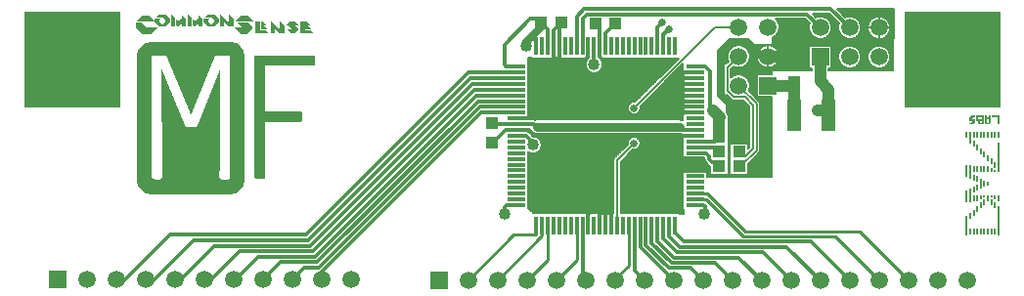
<source format=gbr>
G04 DipTrace 3.1.0.1*
G04 Top.gbr*
%MOIN*%
G04 #@! TF.FileFunction,Copper,L1,Top*
G04 #@! TF.Part,Single*
%AMOUTLINE0*
4,1,26,
-0.066587,-0.204898,
-0.066587,-0.016265,
0.05515,-0.016265,
0.060198,-0.013552,
0.061182,-0.010841,
0.061182,0.013265,
0.060419,0.015976,
0.058629,0.017843,
0.055144,0.018689,
-0.066593,0.018689,
-0.066593,0.175984,
0.097331,0.175984,
0.102379,0.178696,
0.103178,0.18056,
0.103364,0.181408,
0.103364,0.205514,
0.103257,0.206361,
0.102598,0.208226,
0.097323,0.210938,
-0.103364,0.210938,
-0.103364,-0.204898,
-0.098278,-0.210832,
-0.097336,-0.210938,
-0.072627,-0.210938,
-0.069839,-0.210173,
-0.067797,-0.208382,
-0.066587,-0.204898,
0*%
%AMOUTLINE3*
4,1,28,
-0.126,0.259318,
-0.126,0.213,
-0.083,0.213,
0.001164,0.011581,
0.083,0.213,
0.135,0.213,
0.135,-0.202976,
0.1289,-0.209009,
0.104182,-0.209009,
0.09815,-0.202966,
0.101164,0.168879,
0.023441,-0.02519,
0.016822,-0.031228,
-0.012129,-0.031228,
-0.019339,-0.02519,
-0.09949,0.168879,
-0.097097,-0.202965,
-0.10314,-0.208997,
-0.123,-0.208997,
-0.123,-0.259318,
0.138748,-0.259318,
0.15598,-0.255852,
0.179465,-0.232341,
0.182925,-0.215102,
0.182925,0.215154,
0.179465,0.232385,
0.16,0.255,
0.144,0.259,
-0.126,0.259318,
0*%
%AMOUTLINE6*
4,1,14,
0.014214,0.259318,
-0.003017,0.255858,
-0.026503,0.232371,
-0.029962,0.21514,
-0.029962,-0.215115,
-0.026503,-0.232354,
-0.003017,-0.255864,
0.014214,-0.259329,
0.029962,-0.259329,
0.029962,-0.20901,
0.02008,-0.20301,
0.02008,0.213,
0.029962,0.213,
0.029962,0.259,
0.014214,0.259318,
0*%
%AMOUTLINE9*
4,1,4,
0.031503,-0.010241,
-0.031503,-0.010241,
-0.011018,0.010241,
0.011018,0.010241,
0.031503,-0.010241,
0*%
%AMOUTLINE12*
4,1,7,
-0.035573,0.018552,
-0.01635,0.018552,
0.000063,0.00214,
0.035615,0.00214,
0.014923,-0.018552,
-0.014839,-0.018552,
-0.035615,0.002224,
-0.035573,0.018552,
0*%
%AMOUTLINE15*
4,1,17,
0.002883,-0.012341,
0.011335,-0.003806,
0.011335,0.000924,
0.002463,0.009822,
-0.022218,0.009794,
-0.0115,0.020568,
0.011362,0.020568,
0.025018,0.006912,
0.025101,-0.006744,
0.011194,-0.020568,
-0.011193,-0.020568,
-0.025101,-0.006717,
-0.025101,0.006912,
-0.005008,0.006885,
-0.010969,0.000923,
-0.010969,-0.003806,
-0.002462,-0.012341,
0.002883,-0.012341,
0*%
%AMOUTLINE18*
4,1,4,
-0.00708,0.020568,
0.00708,0.006408,
0.00708,-0.020568,
-0.00708,-0.020568,
-0.00708,0.020568,
0*%
%AMOUTLINE21*
4,1,12,
0.002575,0.020568,
0.016735,0.006408,
0.016735,-0.020568,
0.002575,-0.020568,
0.002575,-0.010186,
-0.00778,-0.020568,
-0.010046,-0.020568,
-0.016735,-0.013908,
-0.016735,0.004171,
-0.011361,-0.001231,
-0.005765,-0.001203,
0.002575,0.007136,
0.002575,0.020568,
0*%
%AMOUTLINE24*
4,1,17,
0.002882,-0.012341,
0.011333,-0.003806,
0.011333,0.000924,
0.002463,0.009822,
-0.022219,0.009794,
-0.011501,0.020568,
0.011361,0.020568,
0.025017,0.006912,
0.025101,-0.006744,
0.011193,-0.020568,
-0.011193,-0.020568,
-0.025101,-0.006717,
-0.025101,0.006912,
-0.005009,0.006885,
-0.01097,0.000923,
-0.01097,-0.003806,
-0.002463,-0.012341,
0.002882,-0.012341,
0*%
%AMOUTLINE27*
4,1,4,
-0.00708,0.020568,
0.00708,0.006436,
0.00708,-0.020568,
-0.00708,-0.020568,
-0.00708,0.020568,
0*%
%AMOUTLINE30*
4,1,8,
-0.015419,0.006912,
-0.001735,-0.006744,
0.001231,-0.006744,
0.001231,0.020568,
0.015419,0.006436,
0.015419,-0.020568,
-0.001623,-0.020568,
-0.015419,-0.006744,
-0.015419,0.006912,
0*%
%AMOUTLINE33*
4,1,4,
0.033076,-0.010241,
-0.033076,-0.010241,
-0.012592,0.010241,
0.01255,0.010241,
0.033076,-0.010241,
0*%
%AMOUTLINE36*
4,1,9,
0.031692,-0.000042,
0.01318,-0.018554,
-0.011039,-0.018554,
-0.031692,0.002182,
-0.006717,0.002182,
-0.006799,0.005415,
-0.01977,0.01851,
0.015364,0.018554,
0.03165,0.002142,
0.031692,-0.000042,
0*%
%AMOUTLINE39*
4,1,6,
-0.022024,0.020568,
-0.007864,0.020568,
-0.007864,-0.009738,
0.011165,-0.009738,
0.022024,-0.020568,
-0.022024,-0.020568,
-0.022024,0.020568,
0*%
%AMOUTLINE42*
4,1,4,
-0.010941,0.005457,
-0.000056,0.005457,
0.010941,-0.005457,
-0.010941,-0.005457,
-0.010941,0.005457,
0*%
%AMOUTLINE45*
4,1,4,
-0.00964,0.006828,
-0.004045,0.006828,
0.00964,-0.006828,
-0.00964,-0.006828,
-0.00964,0.006828,
0*%
%AMOUTLINE48*
4,1,4,
0.022051,-0.006828,
-0.022051,-0.006828,
-0.008395,0.006828,
0.008367,0.006828,
0.022051,-0.006828,
0*%
%AMOUTLINE51*
4,1,9,
0.021127,-0.000028,
0.008786,-0.012369,
-0.00736,-0.012369,
-0.021127,0.001455,
-0.004478,0.001455,
-0.004534,0.00361,
-0.013181,0.012341,
0.01024,0.012369,
0.021098,0.001427,
0.021127,-0.000028,
0*%
%AMOUTLINE54*
4,1,4,
-0.010941,0.005457,
-0.000055,0.005457,
0.010941,-0.005457,
-0.010941,-0.005457,
-0.010941,0.005457,
0*%
%AMOUTLINE56*
4,1,4,
-0.00964,0.006828,
-0.004043,0.006828,
0.00964,-0.006828,
-0.00964,-0.006828,
-0.00964,0.006828,
0*%
%AMOUTLINE58*
4,1,6,
0.012,0.015,
-0.012,0.015,
-0.012,0.009,
0.006,0.009,
0.006,-0.015,
0.012,-0.015,
0.012,0.015,
0*%
%AMOUTLINE61*
4,1,14,
0.009,0.015,
0.003,0.015,
0.003,-0.009,
-0.003,-0.009,
-0.003,0.003,
0.003,0.003,
0.003,0.009,
-0.003,0.009,
-0.003,0.015,
-0.009,0.015,
-0.009,-0.015,
0.003,-0.015,
0.009,-0.009,
0.009,-0.003,
0.009,0.015,
0*%
%AMOUTLINE64*
4,1,18,
0.012,0.015,
-0.012,0.015,
-0.012,-0.003,
-0.006,-0.003,
-0.006,-0.015,
0.012,-0.015,
0.012,-0.009,
0.0,-0.009,
0.0,-0.003,
0.006,-0.003,
0.006,-0.009,
0.012,-0.009,
0.012,0.003,
-0.006,0.003,
-0.006,0.009,
0.006,0.009,
0.006,0.003,
0.012,0.003,
0.012,0.015,
0*%
%AMOUTLINE67*
4,1,14,
0.009,0.015,
-0.003,0.015,
-0.009,0.009,
-0.009,-0.003,
0.003,-0.003,
-0.003,-0.009,
-0.009,-0.009,
-0.009,-0.015,
0.003,-0.015,
0.009,-0.009,
0.009,0.003,
-0.003,0.003,
0.003,0.009,
0.009,0.009,
0.009,0.015,
0*%
G04 #@! TA.AperFunction,CopperBalancing*
%ADD13C,0.006*%
G04 #@! TA.AperFunction,Conductor*
%ADD14C,0.011811*%
%ADD15C,0.012*%
%ADD16C,0.03*%
G04 #@! TA.AperFunction,ViaPad*
%ADD17C,0.04*%
G04 #@! TA.AperFunction,Conductor*
%ADD18C,0.03937*%
G04 #@! TA.AperFunction,ViaPad*
%ADD19C,0.025*%
G04 #@! TA.AperFunction,Conductor*
%ADD20C,0.01*%
%ADD21R,0.006X0.102*%
%ADD22R,0.006X0.024*%
%ADD23R,0.006X0.066*%
%ADD24R,0.006X0.048*%
%ADD25R,0.006X0.042*%
%ADD26R,0.006X0.036*%
%ADD27R,0.006X0.018*%
%ADD28R,0.006X0.006*%
G04 #@! TA.AperFunction,ComponentPad*
%ADD29R,0.059055X0.059055*%
%ADD30C,0.059055*%
%ADD31R,0.043307X0.03937*%
%ADD32R,0.03937X0.043307*%
%ADD33R,0.045276X0.106299*%
%ADD35R,0.011811X0.062992*%
%ADD36R,0.062992X0.011811*%
G04 #@! TA.AperFunction,ComponentPad*
%ADD37R,0.325X0.325*%
%ADD80OUTLINE0*%
%ADD83OUTLINE3*%
%ADD86OUTLINE6*%
%ADD89OUTLINE9*%
%ADD92OUTLINE12*%
%ADD95OUTLINE15*%
%ADD98OUTLINE18*%
%ADD101OUTLINE21*%
%ADD104OUTLINE24*%
%ADD107OUTLINE27*%
%ADD110OUTLINE30*%
%ADD113OUTLINE33*%
%ADD116OUTLINE36*%
%ADD119OUTLINE39*%
%ADD122OUTLINE42*%
%ADD125OUTLINE45*%
%ADD128OUTLINE48*%
%ADD131OUTLINE51*%
%ADD134OUTLINE54*%
%ADD136OUTLINE56*%
%ADD138OUTLINE58*%
%ADD141OUTLINE61*%
%ADD144OUTLINE64*%
%ADD147OUTLINE67*%
%FSLAX26Y26*%
G04*
G70*
G90*
G75*
G01*
G04 Top*
%LPD*%
X2861386Y879819D2*
D13*
Y863701D1*
X2882701D1*
X2909701Y890701D1*
Y1039701D1*
X2882701Y1066701D1*
X2844701D1*
X2821701Y1089701D1*
Y1166701D1*
X2860701Y1205701D1*
X2328181Y1239937D2*
D14*
Y1276315D1*
D15*
Y1336181D1*
X2341701Y1349701D1*
X3092701D1*
X3138701Y1303701D1*
X2020701Y978630D2*
X2025142Y974189D1*
X2064307D1*
D14*
X2101803D1*
X2712040Y954504D2*
X2670236D1*
D15*
X2658921Y965819D1*
D16*
X2171921D1*
D15*
X2162921Y974819D1*
X2102433D1*
D14*
X2101803Y974189D1*
X2371457Y1317819D2*
D15*
X2387236Y1302040D1*
Y1278433D1*
D14*
Y1239937D1*
X2861386Y979819D2*
D18*
Y929819D1*
X2101803Y954504D2*
D15*
X2144236D1*
X2162921Y935819D1*
X2347866D1*
X2387236D1*
X2406921D1*
X2426607D1*
X2651921D1*
X2676921D1*
D14*
Y934819D1*
X2712040D1*
X2426607Y629701D2*
D15*
Y935819D1*
X2347866Y629701D2*
Y935819D1*
X2387236Y629701D2*
Y935819D1*
X2406921Y629701D2*
Y935819D1*
X2712040Y1013559D2*
D14*
X2711780Y1013819D1*
D15*
X2675921D1*
X2656977Y994874D1*
X2400921D1*
X2335921D1*
X2249441D1*
X2229756D1*
X2167921D1*
X2139299D1*
D14*
Y993874D1*
X2101803D1*
X2387236Y1239937D2*
D15*
Y1204504D1*
X2400921Y1190819D1*
Y994874D1*
X2347866Y1239937D2*
Y1204764D1*
X2335921Y1192819D1*
Y994874D1*
X2651921Y919819D2*
Y935819D1*
X2880701Y958701D2*
X2861386Y939386D1*
Y929819D1*
X2651921Y1008819D2*
X2656977Y1003764D1*
Y994874D1*
X2229756Y1239937D2*
D14*
Y1278433D1*
D15*
Y1294654D1*
X2254921Y1319819D1*
X2249441Y1239937D2*
D14*
Y1278433D1*
D15*
Y1314339D1*
X2254921Y1319819D1*
X2249441Y1239937D2*
Y994874D1*
X2229756Y1239937D2*
Y994874D1*
X2167921Y1028819D2*
Y994874D1*
X2101803Y954504D2*
X2066504D1*
X2023701Y911701D1*
X2020701D1*
X2960701Y1205701D2*
D17*
X3028701D1*
D18*
X3048701Y1185701D1*
X2861386Y979819D2*
D19*
Y1011016D1*
X2798701Y1073701D1*
Y1222701D1*
X2831701Y1255701D1*
X2890701D1*
X2940701Y1205701D1*
X2960701D1*
X2715701Y1092299D2*
D14*
X2712040D1*
Y1072614D2*
X2715701D1*
X2712040Y1151355D2*
X2674544D1*
D15*
X2663701D1*
Y1142512D1*
X2674544Y1131670D1*
D14*
X2712040D1*
Y1111984D2*
X2674544D1*
D15*
X2664701D1*
Y1102142D1*
X2674544Y1092299D1*
D14*
X2712040D1*
Y1072614D2*
X2674544D1*
D15*
X2663701D1*
Y1063772D1*
X2674544Y1052929D1*
D14*
X2712040D1*
Y1033244D2*
X2674544D1*
D15*
X2663701D1*
Y1020599D1*
X2651921Y1008819D1*
X2438386Y1317819D2*
X2406921Y1286355D1*
Y1278433D1*
D14*
Y1239937D1*
X2794457Y829819D2*
D15*
X2780457Y843819D1*
X2770583D1*
X2759701Y854701D1*
Y866040D1*
X2749977Y875764D1*
D14*
X2712040D1*
X2308496Y1239937D2*
Y1276315D1*
D15*
Y1342496D1*
X2333701Y1367701D1*
X3174701D1*
X3238701Y1303701D1*
X2584087Y1239937D2*
D14*
Y1276315D1*
D15*
Y1305087D1*
X2600701Y1321701D1*
X2794457Y879819D2*
X2778827Y895449D1*
X2749536D1*
D14*
X2712040D1*
X2861386Y829819D2*
D13*
X2865819D1*
X2921701Y885701D1*
Y1044701D1*
X2860701Y1105701D1*
X2603772Y1239937D2*
D14*
Y1280772D1*
D15*
X2622701Y1299701D1*
X2446292Y629701D2*
D13*
Y851292D1*
X2501701Y906701D1*
Y909701D1*
X2503701D1*
Y1029701D2*
X2779701Y1305701D1*
X2860701D1*
X3049701Y1004701D2*
D18*
X3048701Y1118772D1*
X3035630Y1105701D1*
X2960701D1*
X2505347Y629701D2*
D14*
Y592205D1*
D15*
Y475055D1*
X2538701Y441701D1*
X2525032Y629701D2*
D14*
Y592205D1*
D15*
Y555370D1*
X2638701Y441701D1*
X2544717Y629701D2*
D14*
Y592205D1*
D15*
Y562685D1*
X2623701Y483701D1*
X2696701D1*
X2738701Y441701D1*
X2564402Y629701D2*
D14*
Y592205D1*
D15*
Y569000D1*
X2631701Y501701D1*
X2778701D1*
X2838701Y441701D1*
X2584087Y629701D2*
D14*
Y592205D1*
D15*
Y576315D1*
X2640701Y519701D1*
X2860701D1*
X2938701Y441701D1*
X2603772Y629701D2*
D14*
Y592205D1*
D15*
Y583630D1*
X2649701Y537701D1*
X2942701D1*
X3038701Y441701D1*
X2623457Y629701D2*
D14*
Y591945D1*
D15*
X2659701Y555701D1*
X3024701D1*
X3138701Y441701D1*
X2643142Y629701D2*
D14*
Y603260D1*
D15*
X2672701Y573701D1*
X3106701D1*
X3238701Y441701D1*
X3338701D2*
D20*
X3189701Y590701D1*
X2875701D1*
X2748118Y718284D1*
X2712040D1*
X3438701Y441701D2*
X3273701Y606701D1*
X2882701D1*
X2751433Y737969D1*
X2712040D1*
X3167811Y1004701D2*
D17*
Y1092370D1*
X3138701Y1121481D1*
Y1203701D1*
X2794457Y929819D2*
D15*
X2780772Y916134D1*
X2749536D1*
D14*
Y915134D1*
X2712040D1*
X2794457Y979819D2*
D18*
Y929819D1*
X2367551Y1239937D2*
D14*
Y1203441D1*
D15*
Y1178189D1*
X2367921Y1177819D1*
X2170701Y1239937D2*
D14*
Y1265701D1*
D15*
X2155701D1*
X2139701Y1249701D1*
Y1238701D1*
X2135701Y1242701D1*
X2712040Y698599D2*
D14*
X2740803D1*
D15*
X2745701Y693701D1*
Y667701D1*
X2744701D1*
X3130701Y1021701D2*
D17*
X3167811D1*
Y1004701D1*
X2101803Y698599D2*
D14*
X2070599D1*
D15*
X2063701Y691701D1*
Y669701D1*
X2064701D1*
X2101803Y934819D2*
D14*
X2137921D1*
D15*
X2159921Y912819D1*
Y903819D1*
X2187992Y1319819D2*
Y1333701D1*
X2149701D1*
X2061701Y1245701D1*
Y1176701D1*
X2067362Y1171040D1*
D14*
X2101803D1*
X2210071Y1239937D2*
Y1278433D1*
D15*
Y1297740D1*
X2187992Y1319819D1*
X2135701Y1242701D2*
D19*
Y1253701D1*
X2187992Y1305992D1*
Y1319819D1*
X2712040Y1171040D2*
D14*
X2711701Y1170701D1*
D15*
X2747701D1*
X2762701Y1155701D1*
Y1028701D1*
X2772701Y1018701D1*
Y1021701D1*
D17*
X2795701Y998701D1*
X2794457D1*
D18*
Y979819D1*
X2438701Y441701D2*
D20*
X2434701D1*
X2485662Y492662D1*
Y629701D1*
X2328181D2*
D14*
Y592205D1*
D15*
Y452221D1*
X2338701Y441701D1*
X2308496Y629701D2*
D20*
Y511496D1*
X2238701Y441701D1*
X2138701D2*
X2210071Y513071D1*
Y629701D1*
X2038701Y441701D2*
X2190386Y593386D1*
Y629701D1*
X1938701Y441701D2*
X2094701Y597701D1*
X2170701D1*
Y629701D1*
X2101803Y1013559D2*
D15*
X1984559D1*
X1417701Y446701D1*
X1438701D1*
Y443701D1*
X2101803Y1033244D2*
D14*
X1978244D1*
D15*
X1430701Y485701D1*
X1378701D1*
X1338701Y445701D1*
Y443701D1*
X2101803Y1052929D2*
D14*
X1971929D1*
D15*
X1423701Y504701D1*
X1299701D1*
X1238701Y443701D1*
X2101803Y1072614D2*
D14*
X1965614D1*
D15*
X1415701Y522701D1*
X1222701D1*
X1138701Y438701D1*
Y443701D1*
X2101803Y1092299D2*
D14*
X1959299D1*
D15*
X1408701Y541701D1*
X1159701D1*
X1038701Y420701D1*
Y443701D1*
X2101803Y1111984D2*
D14*
X1952984D1*
D15*
X1400701Y559701D1*
X1073701D1*
X938701Y424701D1*
Y443701D1*
X2101803Y1131670D2*
D14*
X1945670D1*
D15*
X1391701Y577701D1*
X1002701D1*
X866701Y441701D1*
X838701D1*
Y443701D1*
X2101803Y1151355D2*
D14*
X1939355D1*
D15*
X1385701Y597701D1*
X922701D1*
X763701Y438701D1*
X738701D1*
Y443701D1*
D19*
X2600701Y1321701D3*
X2622701Y1299701D3*
X2503701Y909701D3*
Y1029701D3*
D17*
X3130701Y1021701D3*
X2772701D3*
D3*
X2950701Y958701D3*
X2159921Y903819D3*
X2167921Y1028819D3*
X2744701Y667701D3*
X2651921Y1008819D3*
X2135701Y1242701D3*
X2651921Y919819D3*
X2880701Y958701D3*
X2367921Y1177819D3*
X2064701Y669701D3*
X2143484Y1194950D2*
D13*
X2343624D1*
X2392215D2*
X2651042D1*
X2143461Y1189082D2*
X2340343D1*
X2395508D2*
X2645171D1*
X2143437Y1183213D2*
X2338586D1*
X2397253D2*
X2639299D1*
X2143414Y1177344D2*
X2338082D1*
X2397757D2*
X2633429D1*
X2143390Y1171475D2*
X2338773D1*
X2397066D2*
X2627570D1*
X2663387D2*
X2670706D1*
X2143379Y1165607D2*
X2340753D1*
X2395086D2*
X2621698D1*
X2657516D2*
X2670706D1*
X2143356Y1159738D2*
X2344339D1*
X2391500D2*
X2615827D1*
X2651645D2*
X2670706D1*
X2143332Y1153869D2*
X2350550D1*
X2385301D2*
X2609956D1*
X2645773D2*
X2672418D1*
X2143309Y1148000D2*
X2604086D1*
X2639914D2*
X2672429D1*
X2143285Y1142131D2*
X2598226D1*
X2634044D2*
X2672441D1*
X2143261Y1136263D2*
X2592355D1*
X2628172D2*
X2672453D1*
X2143238Y1130394D2*
X2586483D1*
X2622301D2*
X2672453D1*
X2143215Y1124525D2*
X2580613D1*
X2616429D2*
X2672463D1*
X2143192Y1118656D2*
X2574742D1*
X2610570D2*
X2672475D1*
X2143168Y1112788D2*
X2568882D1*
X2604700D2*
X2672487D1*
X2143145Y1106919D2*
X2563011D1*
X2598828D2*
X2672499D1*
X2143145Y1101050D2*
X2557139D1*
X2592957D2*
X2672511D1*
X2143145Y1095181D2*
X2551269D1*
X2587086D2*
X2672523D1*
X2143145Y1089313D2*
X2545398D1*
X2581226D2*
X2672534D1*
X2143145Y1083444D2*
X2539538D1*
X2575356D2*
X2672546D1*
X2143145Y1077575D2*
X2533667D1*
X2569484D2*
X2672558D1*
X2143145Y1071706D2*
X2527795D1*
X2563613D2*
X2672570D1*
X2143145Y1065837D2*
X2521925D1*
X2557742D2*
X2672582D1*
X2143145Y1059969D2*
X2516054D1*
X2551883D2*
X2672593D1*
X2143145Y1054100D2*
X2510194D1*
X2546012D2*
X2672605D1*
X2143145Y1048231D2*
X2491738D1*
X2540141D2*
X2672617D1*
X2143145Y1042362D2*
X2485433D1*
X2534269D2*
X2672617D1*
X2143145Y1036494D2*
X2482445D1*
X2528398D2*
X2672628D1*
X2143145Y1030625D2*
X2481378D1*
X2526020D2*
X2672639D1*
X2143145Y1024756D2*
X2481929D1*
X2525469D2*
X2672651D1*
X2143145Y1018887D2*
X2484238D1*
X2523160D2*
X2672663D1*
X2143145Y1013019D2*
X2489159D1*
X2518238D2*
X2672675D1*
X2143145Y1007150D2*
X2670706D1*
X2143145Y1001281D2*
X2670706D1*
X2142711Y995412D2*
X2670706D1*
X2664500Y989544D2*
X2670706D1*
X2142558Y954331D2*
X2149971D1*
X2145313Y948462D2*
X2154402D1*
X2152297Y942593D2*
X2164386D1*
X2158168Y936725D2*
X2672815D1*
X2171656Y930856D2*
X2498089D1*
X2509309D2*
X2672827D1*
X2180692Y924987D2*
X2487647D1*
X2519761D2*
X2670706D1*
X2185437Y919118D2*
X2483511D1*
X2523898D2*
X2670706D1*
X2188204Y913250D2*
X2481647D1*
X2525750D2*
X2670706D1*
X2189540Y907381D2*
X2481483D1*
X2525914D2*
X2670706D1*
X2189668Y901512D2*
X2478601D1*
X2524437D2*
X2670706D1*
X2188589Y895643D2*
X2472730D1*
X2520887D2*
X2670706D1*
X2186164Y889774D2*
X2466870D1*
X2512988D2*
X2670706D1*
X2181933Y883906D2*
X2460999D1*
X2496816D2*
X2670706D1*
X2174316Y878037D2*
X2455128D1*
X2490945D2*
X2670706D1*
X2143145Y872168D2*
X2449257D1*
X2485074D2*
X2670706D1*
X2143145Y866299D2*
X2443386D1*
X2479215D2*
X2670706D1*
X2143145Y860431D2*
X2437515D1*
X2473344D2*
X2672956D1*
X2143145Y854562D2*
X2433894D1*
X2467473D2*
X2672967D1*
X2143145Y848693D2*
X2433449D1*
X2461601D2*
X2672979D1*
X2143145Y842824D2*
X2433449D1*
X2459129D2*
X2672991D1*
X2143145Y836956D2*
X2433449D1*
X2459129D2*
X2673003D1*
X2143145Y831087D2*
X2433449D1*
X2459129D2*
X2673015D1*
X2143145Y825218D2*
X2433449D1*
X2459129D2*
X2673026D1*
X2143145Y819349D2*
X2433449D1*
X2459129D2*
X2673038D1*
X2143145Y813481D2*
X2433449D1*
X2459129D2*
X2673050D1*
X2143145Y807612D2*
X2433449D1*
X2459129D2*
X2670706D1*
X2143145Y801743D2*
X2433449D1*
X2459129D2*
X2670706D1*
X2143145Y795874D2*
X2433449D1*
X2459129D2*
X2670706D1*
X2143145Y790005D2*
X2433449D1*
X2459129D2*
X2670706D1*
X2143145Y784137D2*
X2433449D1*
X2459129D2*
X2670706D1*
X2143145Y778268D2*
X2433449D1*
X2459129D2*
X2670706D1*
X2143145Y772399D2*
X2433449D1*
X2459129D2*
X2670706D1*
X2143145Y766530D2*
X2433449D1*
X2459129D2*
X2670706D1*
X2143145Y760662D2*
X2433449D1*
X2459129D2*
X2670706D1*
X2143145Y754793D2*
X2433449D1*
X2459129D2*
X2670706D1*
X2143145Y748924D2*
X2433449D1*
X2459129D2*
X2670706D1*
X2143145Y743055D2*
X2433449D1*
X2459129D2*
X2670706D1*
X2143145Y737187D2*
X2433449D1*
X2459129D2*
X2670706D1*
X2143145Y731318D2*
X2433449D1*
X2459129D2*
X2670706D1*
X2143145Y725449D2*
X2433449D1*
X2459129D2*
X2670706D1*
X2143145Y719580D2*
X2433449D1*
X2459129D2*
X2670706D1*
X2143145Y713711D2*
X2433449D1*
X2459129D2*
X2670706D1*
X2143145Y707843D2*
X2433449D1*
X2459129D2*
X2670706D1*
X2143145Y701974D2*
X2433449D1*
X2459129D2*
X2670706D1*
X2143145Y696105D2*
X2433449D1*
X2459129D2*
X2670706D1*
X2143145Y690236D2*
X2433449D1*
X2459129D2*
X2670706D1*
X2146753Y684368D2*
X2433449D1*
X2459129D2*
X2670706D1*
X2153176Y678499D2*
X2433449D1*
X2459129D2*
X2673295D1*
X2159609Y672630D2*
X2433449D1*
X2459129D2*
X2673307D1*
X2161403Y670437D2*
X2244902D1*
X2303957Y670425D1*
X2343327Y670437D1*
Y669465D1*
X2352399Y669448D1*
X2352406Y670437D1*
X2382697D1*
Y669394D1*
X2431150Y669295D1*
X2431146Y670437D1*
X2434041D1*
X2434051Y851292D1*
X2434202Y853206D1*
X2434651Y855074D1*
X2435386Y856848D1*
X2436389Y858486D1*
X2437637Y859946D1*
X2482508Y904818D1*
X2482028Y907995D1*
Y911407D1*
X2482562Y914776D1*
X2483616Y918020D1*
X2485164Y921061D1*
X2487170Y923820D1*
X2489582Y926232D1*
X2492341Y928238D1*
X2495382Y929786D1*
X2498626Y930840D1*
X2501995Y931374D1*
X2505407D1*
X2508776Y930840D1*
X2512020Y929786D1*
X2515061Y928238D1*
X2517820Y926232D1*
X2520232Y923820D1*
X2522238Y921061D1*
X2523786Y918020D1*
X2524840Y914776D1*
X2525374Y911407D1*
Y907995D1*
X2524840Y904626D1*
X2523786Y901382D1*
X2522238Y898341D1*
X2520232Y895582D1*
X2517820Y893170D1*
X2515061Y891164D1*
X2512020Y889616D1*
X2508776Y888562D1*
X2505407Y888028D1*
X2501995D1*
X2500519Y888202D1*
X2458525Y846214D1*
X2458532Y670436D1*
X2520492Y670437D1*
X2579547Y670425D1*
X2618918D1*
X2658288Y670437D1*
Y668855D1*
X2673915Y668826D1*
X2673889Y683450D1*
X2671303Y683453D1*
Y772799D1*
Y812170D1*
X2673659D1*
X2673559Y860614D1*
X2671303Y860618D1*
Y930280D1*
X2673425D1*
X2673412Y939364D1*
X2669041Y939311D1*
X2666679Y939685D1*
X2664404Y940424D1*
X2662273Y941509D1*
X2661897Y941761D1*
X2658921Y941579D1*
X2170020Y941654D1*
X2166263Y942248D1*
X2162645Y943424D1*
X2159256Y945151D1*
X2156179Y947387D1*
X2153490Y950076D1*
X2151253Y953154D1*
X2149526Y956542D1*
X2148515Y959580D1*
X2142542Y959579D1*
X2142540Y959044D1*
X2141965D1*
X2141937Y949970D1*
X2142540Y949965D1*
Y949344D1*
X2144840Y948398D1*
X2146879Y947149D1*
X2148698Y945596D1*
X2161268Y933025D1*
X2164495Y932700D1*
X2166747Y932251D1*
X2168957Y931628D1*
X2171112Y930834D1*
X2173196Y929872D1*
X2175200Y928751D1*
X2177108Y927475D1*
X2178911Y926054D1*
X2180597Y924495D1*
X2182156Y922809D1*
X2183578Y921005D1*
X2184853Y919097D1*
X2185974Y917093D1*
X2186936Y915009D1*
X2187730Y912855D1*
X2188353Y910645D1*
X2188802Y908393D1*
X2189071Y906113D1*
X2189162Y903819D1*
X2189071Y901525D1*
X2188802Y899246D1*
X2188353Y896994D1*
X2187730Y894784D1*
X2186936Y892629D1*
X2185974Y890545D1*
X2184853Y888541D1*
X2183578Y886633D1*
X2182156Y884830D1*
X2180597Y883143D1*
X2178911Y881584D1*
X2177108Y880163D1*
X2175200Y878887D1*
X2173196Y877767D1*
X2171112Y876805D1*
X2168957Y876011D1*
X2166747Y875387D1*
X2164495Y874939D1*
X2162215Y874670D1*
X2159921Y874579D1*
X2157628Y874670D1*
X2155348Y874939D1*
X2153096Y875387D1*
X2150886Y876011D1*
X2148731Y876805D1*
X2146647Y877767D1*
X2144643Y878887D1*
X2142545Y880314D1*
X2142540Y687670D1*
X2161415Y670431D1*
X2671303Y986664D2*
Y1009020D1*
X2673284D1*
X2673011Y1155903D1*
X2671303Y1155894D1*
Y1179999D1*
X2525055Y1033746D1*
X2525374Y1031407D1*
Y1027995D1*
X2524840Y1024626D1*
X2523786Y1021382D1*
X2522238Y1018341D1*
X2520232Y1015582D1*
X2517820Y1013170D1*
X2515061Y1011164D1*
X2512020Y1009616D1*
X2508776Y1008562D1*
X2505407Y1008028D1*
X2501995D1*
X2498626Y1008562D1*
X2495382Y1009616D1*
X2492341Y1011164D1*
X2489582Y1013170D1*
X2487170Y1015582D1*
X2485164Y1018341D1*
X2483616Y1021382D1*
X2482562Y1024626D1*
X2482028Y1027995D1*
Y1031407D1*
X2482562Y1034776D1*
X2483616Y1038020D1*
X2485164Y1041061D1*
X2487170Y1043820D1*
X2489582Y1046232D1*
X2492341Y1048238D1*
X2495382Y1049786D1*
X2498626Y1050840D1*
X2501995Y1051374D1*
X2505407D1*
X2507736Y1051047D1*
X2655894Y1199204D1*
X2391776Y1199201D1*
Y1200830D1*
X2385988Y1200819D1*
X2388597Y1198495D1*
X2390156Y1196809D1*
X2391578Y1195005D1*
X2392853Y1193097D1*
X2393974Y1191093D1*
X2394936Y1189009D1*
X2395730Y1186855D1*
X2396353Y1184645D1*
X2396802Y1182393D1*
X2397071Y1180113D1*
X2397162Y1177819D1*
X2397071Y1175525D1*
X2396802Y1173246D1*
X2396353Y1170994D1*
X2395730Y1168784D1*
X2394936Y1166629D1*
X2393974Y1164545D1*
X2392853Y1162541D1*
X2391578Y1160633D1*
X2390156Y1158830D1*
X2388597Y1157143D1*
X2386911Y1155584D1*
X2385108Y1154163D1*
X2383200Y1152887D1*
X2381196Y1151767D1*
X2379112Y1150805D1*
X2376957Y1150011D1*
X2374747Y1149387D1*
X2372495Y1148939D1*
X2370215Y1148670D1*
X2367921Y1148579D1*
X2365628Y1148670D1*
X2363348Y1148939D1*
X2361096Y1149387D1*
X2358886Y1150011D1*
X2356731Y1150805D1*
X2354647Y1151767D1*
X2352643Y1152887D1*
X2350735Y1154163D1*
X2348932Y1155584D1*
X2347246Y1157143D1*
X2345687Y1158830D1*
X2344265Y1160633D1*
X2342990Y1162541D1*
X2341869Y1164545D1*
X2340907Y1166629D1*
X2340113Y1168784D1*
X2339490Y1170994D1*
X2339041Y1173246D1*
X2338772Y1175525D1*
X2338681Y1177819D1*
X2338772Y1180113D1*
X2339041Y1182393D1*
X2339490Y1184645D1*
X2340113Y1186855D1*
X2340907Y1189009D1*
X2341869Y1191093D1*
X2342990Y1193097D1*
X2344265Y1195005D1*
X2345687Y1196809D1*
X2347246Y1198495D1*
X2349897Y1200814D1*
X2343332Y1200819D1*
X2343327Y1199201D1*
X2253981D1*
Y1200830D1*
X2225206Y1200819D1*
X2225217Y1199201D1*
X2155555D1*
Y1200830D1*
X2142910Y1200807D1*
X2142540Y1084760D1*
Y998414D1*
X2142129D1*
X2142093Y990071D1*
X2164117Y990012D1*
X2166483Y989637D1*
X2170020Y989984D1*
X2177921Y990059D1*
X2660823Y989984D1*
X2664580Y989390D1*
X2668198Y988214D1*
X2671309Y986643D1*
X3201717Y1362832D2*
X3388065D1*
X3207588Y1356963D2*
X3388029D1*
X3113463Y1351095D2*
X3169158D1*
X3213460D2*
X3388005D1*
X3119335Y1345226D2*
X3175029D1*
X3219331D2*
X3387982D1*
X3154513Y1339357D2*
X3180889D1*
X3254521D2*
X3322885D1*
X3354517D2*
X3387946D1*
X2988331Y1333488D2*
X3086763D1*
X3164112D2*
X3186759D1*
X3264108D2*
X3313286D1*
X3364116D2*
X3387923D1*
X2993276Y1327620D2*
X3092634D1*
X3169807D2*
X3192630D1*
X3269815D2*
X3307591D1*
X3369811D2*
X3387900D1*
X2996592Y1321751D2*
X3098494D1*
X3173616D2*
X3198502D1*
X3273612D2*
X3303794D1*
X3373608D2*
X3387877D1*
X2998713Y1315882D2*
X3101294D1*
X3176100D2*
X3201302D1*
X3276108D2*
X3301298D1*
X3376104D2*
X3387841D1*
X2999827Y1310013D2*
X3099853D1*
X3177553D2*
X3199849D1*
X3277549D2*
X3299845D1*
X3377557D2*
X3387818D1*
X3000037Y1304145D2*
X3099337D1*
X3178068D2*
X3199334D1*
X3278065D2*
X3299341D1*
X3378061D2*
X3387794D1*
X2999345Y1298276D2*
X3099713D1*
X3177681D2*
X3199721D1*
X3277689D2*
X3299717D1*
X3377685D2*
X3387759D1*
X2997717Y1292407D2*
X3101013D1*
X3176393D2*
X3201009D1*
X3276389D2*
X3301017D1*
X3376385D2*
X3387735D1*
X2994999Y1286538D2*
X3103345D1*
X3174061D2*
X3203341D1*
X3274057D2*
X3303337D1*
X3374065D2*
X3387713D1*
X2990908Y1280670D2*
X3106919D1*
X3170487D2*
X3206915D1*
X3270483D2*
X3306911D1*
X3370491D2*
X3387677D1*
X2984709Y1274801D2*
X3112263D1*
X3165143D2*
X3212259D1*
X3265139D2*
X3312255D1*
X3365147D2*
X3387654D1*
X2977244Y1268932D2*
X3120958D1*
X3156448D2*
X3220954D1*
X3256444D2*
X3320950D1*
X3356452D2*
X3387630D1*
X2977303Y1263063D2*
X3387595D1*
X2977349Y1257194D2*
X3387571D1*
X2977408Y1251326D2*
X3387549D1*
X2977456Y1245457D2*
X3387525D1*
X2980128Y1239588D2*
X3099337D1*
X3178068D2*
X3223439D1*
X3253971D2*
X3323435D1*
X3353967D2*
X3387490D1*
X2988096Y1233719D2*
X3099337D1*
X3178068D2*
X3213571D1*
X3263837D2*
X3313567D1*
X3363835D2*
X3387466D1*
X2993124Y1227851D2*
X3099337D1*
X3178068D2*
X3207771D1*
X3269628D2*
X3307778D1*
X3369624D2*
X3387442D1*
X2996487Y1221982D2*
X3099337D1*
X3178068D2*
X3203915D1*
X3273483D2*
X3303911D1*
X3373491D2*
X3387407D1*
X2998643Y1216113D2*
X3099337D1*
X3178068D2*
X3201373D1*
X3276025D2*
X3301369D1*
X3376033D2*
X3387385D1*
X2999803Y1210244D2*
X3099337D1*
X3178068D2*
X3199885D1*
X3277513D2*
X3299893D1*
X3377509D2*
X3387361D1*
X3000049Y1204376D2*
X3099337D1*
X3178068D2*
X3199345D1*
X3278065D2*
X3299341D1*
X3378061D2*
X3387326D1*
X2999393Y1198507D2*
X3099337D1*
X3178068D2*
X3199685D1*
X3277725D2*
X3299681D1*
X3377721D2*
X3387302D1*
X2997799Y1192638D2*
X3099337D1*
X3178068D2*
X3200950D1*
X3276460D2*
X3300946D1*
X3376456D2*
X3387278D1*
X2995128Y1186769D2*
X3099337D1*
X3178068D2*
X3203225D1*
X3274173D2*
X3303232D1*
X3374170D2*
X3387243D1*
X2991096Y1180900D2*
X3099337D1*
X3178068D2*
X3206751D1*
X3270659D2*
X3306747D1*
X3370655D2*
X3387221D1*
X2985013Y1175032D2*
X3099337D1*
X3178068D2*
X3212002D1*
X3265397D2*
X3312009D1*
X3365393D2*
X3387197D1*
X2978170Y1169163D2*
X3099337D1*
X3178068D2*
X3220498D1*
X3256912D2*
X3320494D1*
X3356908D2*
X3387173D1*
X2978217Y1163294D2*
X3108865D1*
X3168541D2*
X3387138D1*
X2999352Y1202704D2*
X2999005Y1199725D1*
X2998428Y1196781D1*
X2997626Y1193891D1*
X2996603Y1191072D1*
X2995364Y1188341D1*
X2993919Y1185713D1*
X2992274Y1183205D1*
X2990440Y1180831D1*
X2988429Y1178607D1*
X2986251Y1176545D1*
X2983920Y1174656D1*
X2981452Y1172954D1*
X2978857Y1171448D1*
X2977559Y1170823D1*
X2977701Y1157701D1*
X3109454D1*
X3109461Y1164921D1*
X3099933Y1164933D1*
Y1242469D1*
X3177469D1*
Y1164933D1*
X3167941D1*
Y1157705D1*
X3387715Y1157715D1*
X3388687Y1368685D1*
X3195713Y1368234D1*
X3224267Y1339689D1*
X3227189Y1340719D1*
X3230086Y1341499D1*
X3233033Y1342053D1*
X3236016Y1342376D1*
X3239013Y1342467D1*
X3242009Y1342327D1*
X3244986Y1341956D1*
X3247924Y1341356D1*
X3250807Y1340530D1*
X3253618Y1339483D1*
X3256340Y1338223D1*
X3258956Y1336756D1*
X3261450Y1335092D1*
X3263809Y1333239D1*
X3266017Y1331210D1*
X3268062Y1329016D1*
X3269932Y1326670D1*
X3271614Y1324187D1*
X3273099Y1321582D1*
X3274378Y1318869D1*
X3275444Y1316065D1*
X3276290Y1313188D1*
X3276911Y1310253D1*
X3277303Y1307280D1*
X3277469Y1303701D1*
X3277352Y1300704D1*
X3277005Y1297725D1*
X3276428Y1294781D1*
X3275626Y1291891D1*
X3274603Y1289072D1*
X3273364Y1286341D1*
X3271919Y1283713D1*
X3270274Y1281205D1*
X3268440Y1278831D1*
X3266429Y1276607D1*
X3264251Y1274545D1*
X3261920Y1272656D1*
X3259452Y1270954D1*
X3256857Y1269448D1*
X3254155Y1268147D1*
X3251360Y1267059D1*
X3248490Y1266189D1*
X3245561Y1265545D1*
X3242591Y1265129D1*
X3239597Y1264944D1*
X3236597Y1264991D1*
X3233612Y1265269D1*
X3230656Y1265777D1*
X3227748Y1266513D1*
X3224906Y1267471D1*
X3222146Y1268646D1*
X3219486Y1270030D1*
X3216941Y1271617D1*
X3214525Y1273395D1*
X3212255Y1275355D1*
X3210142Y1277484D1*
X3208201Y1279771D1*
X3206442Y1282200D1*
X3204877Y1284757D1*
X3203513Y1287429D1*
X3202361Y1290198D1*
X3201425Y1293047D1*
X3200714Y1295961D1*
X3200229Y1298921D1*
X3199975Y1301910D1*
X3199952Y1304908D1*
X3200162Y1307900D1*
X3200601Y1310868D1*
X3201269Y1313792D1*
X3202162Y1316655D1*
X3202739Y1318103D1*
X3168387Y1352462D1*
X3111502Y1352461D1*
X3124268Y1339687D1*
X3127189Y1340719D1*
X3130086Y1341499D1*
X3133033Y1342053D1*
X3136016Y1342376D1*
X3139013Y1342467D1*
X3142009Y1342327D1*
X3144986Y1341956D1*
X3147924Y1341356D1*
X3150807Y1340530D1*
X3153618Y1339483D1*
X3156340Y1338223D1*
X3158956Y1336756D1*
X3161450Y1335092D1*
X3163809Y1333239D1*
X3166017Y1331210D1*
X3168062Y1329016D1*
X3169932Y1326670D1*
X3171614Y1324187D1*
X3173099Y1321582D1*
X3174378Y1318869D1*
X3175444Y1316065D1*
X3176290Y1313188D1*
X3176911Y1310253D1*
X3177303Y1307280D1*
X3177469Y1303701D1*
X3177352Y1300704D1*
X3177005Y1297725D1*
X3176428Y1294781D1*
X3175626Y1291891D1*
X3174603Y1289072D1*
X3173364Y1286341D1*
X3171919Y1283713D1*
X3170274Y1281205D1*
X3168440Y1278831D1*
X3166429Y1276607D1*
X3164251Y1274545D1*
X3161920Y1272656D1*
X3159452Y1270954D1*
X3156857Y1269448D1*
X3154155Y1268147D1*
X3151360Y1267059D1*
X3148490Y1266189D1*
X3145561Y1265545D1*
X3142591Y1265129D1*
X3139597Y1264944D1*
X3136597Y1264991D1*
X3133612Y1265269D1*
X3130656Y1265777D1*
X3127748Y1266513D1*
X3124906Y1267471D1*
X3122146Y1268646D1*
X3119486Y1270030D1*
X3116941Y1271617D1*
X3114525Y1273395D1*
X3112255Y1275355D1*
X3110142Y1277484D1*
X3108201Y1279771D1*
X3106442Y1282200D1*
X3104877Y1284757D1*
X3103513Y1287429D1*
X3102361Y1290198D1*
X3101425Y1293047D1*
X3100714Y1295961D1*
X3100229Y1298921D1*
X3099975Y1301910D1*
X3099952Y1304908D1*
X3100162Y1307900D1*
X3100601Y1310868D1*
X3101269Y1313792D1*
X3102162Y1316655D1*
X3102739Y1318103D1*
X3086385Y1334465D1*
X2986705Y1334461D1*
X2990062Y1331016D1*
X2991932Y1328670D1*
X2993614Y1326187D1*
X2995099Y1323582D1*
X2996378Y1320869D1*
X2997444Y1318065D1*
X2998290Y1315188D1*
X2998911Y1312253D1*
X2999303Y1309280D1*
X2999469Y1305701D1*
X2999352Y1302704D1*
X2999005Y1299725D1*
X2998428Y1296781D1*
X2997626Y1293891D1*
X2996603Y1291072D1*
X2995364Y1288341D1*
X2993919Y1285713D1*
X2992274Y1283205D1*
X2990440Y1280831D1*
X2988429Y1278607D1*
X2986251Y1276545D1*
X2983920Y1274656D1*
X2981452Y1272954D1*
X2978857Y1271448D1*
X2976630Y1270376D1*
X2976903Y1240925D1*
X2980956Y1238756D1*
X2983450Y1237092D1*
X2985809Y1235239D1*
X2988017Y1233210D1*
X2990062Y1231016D1*
X2991932Y1228670D1*
X2993614Y1226187D1*
X2995099Y1223582D1*
X2996378Y1220869D1*
X2997444Y1218065D1*
X2998290Y1215188D1*
X2998911Y1212253D1*
X2999303Y1209280D1*
X2999469Y1205701D1*
X2999352Y1202704D1*
X3277352Y1200704D2*
X3277005Y1197725D1*
X3276428Y1194781D1*
X3275626Y1191891D1*
X3274603Y1189072D1*
X3273364Y1186341D1*
X3271919Y1183713D1*
X3270274Y1181205D1*
X3268440Y1178831D1*
X3266429Y1176607D1*
X3264251Y1174545D1*
X3261920Y1172656D1*
X3259452Y1170954D1*
X3256857Y1169448D1*
X3254155Y1168147D1*
X3251360Y1167059D1*
X3248490Y1166189D1*
X3245561Y1165545D1*
X3242591Y1165129D1*
X3239597Y1164944D1*
X3236597Y1164991D1*
X3233612Y1165269D1*
X3230656Y1165777D1*
X3227748Y1166513D1*
X3224906Y1167471D1*
X3222146Y1168646D1*
X3219486Y1170030D1*
X3216941Y1171617D1*
X3214525Y1173395D1*
X3212255Y1175355D1*
X3210142Y1177484D1*
X3208201Y1179771D1*
X3206442Y1182200D1*
X3204877Y1184757D1*
X3203513Y1187429D1*
X3202361Y1190198D1*
X3201425Y1193047D1*
X3200714Y1195961D1*
X3200229Y1198921D1*
X3199975Y1201910D1*
X3199952Y1204908D1*
X3200162Y1207900D1*
X3200601Y1210868D1*
X3201269Y1213792D1*
X3202162Y1216655D1*
X3203273Y1219441D1*
X3204596Y1222133D1*
X3206122Y1224714D1*
X3207844Y1227170D1*
X3209751Y1229486D1*
X3211831Y1231646D1*
X3214071Y1233639D1*
X3216460Y1235454D1*
X3218981Y1237079D1*
X3221621Y1238503D1*
X3224362Y1239719D1*
X3227189Y1240719D1*
X3230086Y1241499D1*
X3233033Y1242053D1*
X3236016Y1242376D1*
X3239013Y1242467D1*
X3242009Y1242327D1*
X3244986Y1241956D1*
X3247924Y1241356D1*
X3250807Y1240530D1*
X3253618Y1239483D1*
X3256340Y1238223D1*
X3258956Y1236756D1*
X3261450Y1235092D1*
X3263809Y1233239D1*
X3266017Y1231210D1*
X3268062Y1229016D1*
X3269932Y1226670D1*
X3271614Y1224187D1*
X3273099Y1221582D1*
X3274378Y1218869D1*
X3275444Y1216065D1*
X3276290Y1213188D1*
X3276911Y1210253D1*
X3277303Y1207280D1*
X3277469Y1203701D1*
X3277352Y1200704D1*
X3377352D2*
X3377005Y1197725D1*
X3376428Y1194781D1*
X3375626Y1191891D1*
X3374603Y1189072D1*
X3373364Y1186341D1*
X3371919Y1183713D1*
X3370274Y1181205D1*
X3368440Y1178831D1*
X3366429Y1176607D1*
X3364251Y1174545D1*
X3361920Y1172656D1*
X3359452Y1170954D1*
X3356857Y1169448D1*
X3354155Y1168147D1*
X3351360Y1167059D1*
X3348490Y1166189D1*
X3345561Y1165545D1*
X3342591Y1165129D1*
X3339597Y1164944D1*
X3336597Y1164991D1*
X3333612Y1165269D1*
X3330656Y1165777D1*
X3327748Y1166513D1*
X3324906Y1167471D1*
X3322146Y1168646D1*
X3319486Y1170030D1*
X3316941Y1171617D1*
X3314525Y1173395D1*
X3312255Y1175355D1*
X3310142Y1177484D1*
X3308201Y1179771D1*
X3306442Y1182200D1*
X3304877Y1184757D1*
X3303513Y1187429D1*
X3302361Y1190198D1*
X3301425Y1193047D1*
X3300714Y1195961D1*
X3300229Y1198921D1*
X3299975Y1201910D1*
X3299952Y1204908D1*
X3300162Y1207900D1*
X3300601Y1210868D1*
X3301269Y1213792D1*
X3302162Y1216655D1*
X3303273Y1219441D1*
X3304596Y1222133D1*
X3306122Y1224714D1*
X3307844Y1227170D1*
X3309751Y1229486D1*
X3311831Y1231646D1*
X3314071Y1233639D1*
X3316460Y1235454D1*
X3318981Y1237079D1*
X3321621Y1238503D1*
X3324362Y1239719D1*
X3327189Y1240719D1*
X3330086Y1241499D1*
X3333033Y1242053D1*
X3336016Y1242376D1*
X3339013Y1242467D1*
X3342009Y1242327D1*
X3344986Y1241956D1*
X3347924Y1241356D1*
X3350807Y1240530D1*
X3353618Y1239483D1*
X3356340Y1238223D1*
X3358956Y1236756D1*
X3361450Y1235092D1*
X3363809Y1233239D1*
X3366017Y1231210D1*
X3368062Y1229016D1*
X3369932Y1226670D1*
X3371614Y1224187D1*
X3373099Y1221582D1*
X3374378Y1218869D1*
X3375444Y1216065D1*
X3376290Y1213188D1*
X3376911Y1210253D1*
X3377303Y1207280D1*
X3377469Y1203701D1*
X3377352Y1200704D1*
X3377463Y1303101D2*
X3377242Y1299509D1*
X3376687Y1295953D1*
X3375805Y1292465D1*
X3374603Y1289072D1*
X3373092Y1285806D1*
X3371284Y1282694D1*
X3369196Y1279764D1*
X3366845Y1277040D1*
X3364251Y1274545D1*
X3361437Y1272301D1*
X3358428Y1270328D1*
X3355248Y1268642D1*
X3351925Y1267259D1*
X3348490Y1266189D1*
X3344969Y1265444D1*
X3341395Y1265028D1*
X3337797Y1264944D1*
X3334208Y1265194D1*
X3330656Y1265777D1*
X3327173Y1266687D1*
X3323792Y1267915D1*
X3320537Y1269452D1*
X3317440Y1271284D1*
X3314525Y1273395D1*
X3311819Y1275767D1*
X3309345Y1278381D1*
X3307124Y1281211D1*
X3305173Y1284236D1*
X3303513Y1287429D1*
X3302156Y1290763D1*
X3301114Y1294206D1*
X3300395Y1297732D1*
X3300007Y1301311D1*
X3299952Y1304908D1*
X3300231Y1308496D1*
X3300841Y1312044D1*
X3301778Y1315519D1*
X3303033Y1318891D1*
X3304596Y1322133D1*
X3306452Y1325215D1*
X3308586Y1328113D1*
X3310979Y1330801D1*
X3313612Y1333255D1*
X3316460Y1335454D1*
X3319500Y1337379D1*
X3322706Y1339015D1*
X3326049Y1340347D1*
X3329502Y1341361D1*
X3333033Y1342053D1*
X3336614Y1342412D1*
X3340213Y1342439D1*
X3343798Y1342131D1*
X3347340Y1341494D1*
X3350807Y1340530D1*
X3354170Y1339248D1*
X3357399Y1337662D1*
X3360469Y1335781D1*
X3363349Y1333624D1*
X3366017Y1331210D1*
X3368450Y1328558D1*
X3370628Y1325692D1*
X3372529Y1322637D1*
X3374139Y1319419D1*
X3375444Y1316065D1*
X3376432Y1312605D1*
X3377095Y1309067D1*
X3377428Y1305484D1*
X3377463Y1303101D1*
X3338701Y1342457D2*
Y1264945D1*
X3299945Y1303701D2*
X3377457D1*
X2818323Y1241832D2*
X2846045D1*
X2875357D2*
X2946053D1*
X2818345Y1235963D2*
X2835873D1*
X2885529D2*
X2935869D1*
X2818357Y1230095D2*
X2829966D1*
X2891436D2*
X2929974D1*
X2818381Y1224226D2*
X2826041D1*
X2895361D2*
X2926049D1*
X2818393Y1218357D2*
X2823462D1*
X2897940D2*
X2923458D1*
X2818416Y1212488D2*
X2821927D1*
X2899475D2*
X2921935D1*
X2900061Y1206620D2*
X2921349D1*
X2818452Y1200751D2*
X2821646D1*
X2899756D2*
X2921654D1*
X2818463Y1194882D2*
X2822877D1*
X2898525D2*
X2922873D1*
X2818487Y1189013D2*
X2825114D1*
X2896288D2*
X2925110D1*
X2892831Y1183145D2*
X2928567D1*
X2887663Y1177276D2*
X2933735D1*
X2879377Y1171407D2*
X2942021D1*
X2838444Y1165538D2*
X2974095D1*
X2834541Y1159670D2*
X2974095D1*
X2834541Y1153801D2*
X2974095D1*
X2834541Y1147932D2*
X2974095D1*
X2834541Y1142063D2*
X2846654D1*
X2874748D2*
X2921337D1*
X2885236Y1136194D2*
X2921337D1*
X2891248Y1130326D2*
X2921337D1*
X2895232Y1124457D2*
X2921337D1*
X2897869Y1118588D2*
X2921337D1*
X2899428Y1112719D2*
X2921337D1*
X2900049Y1106851D2*
X2921337D1*
X2899780Y1100982D2*
X2921337D1*
X2898596Y1095113D2*
X2921337D1*
X2896404Y1089244D2*
X2921337D1*
X2900940Y1083376D2*
X2921337D1*
X2906811Y1077507D2*
X2921337D1*
X2818837Y1071638D2*
X2821857D1*
X2912670D2*
X2921337D1*
X2818849Y1065769D2*
X2827729D1*
X2918541D2*
X2974095D1*
X2818861Y1059900D2*
X2833587D1*
X2924412D2*
X2974095D1*
X2818885Y1054032D2*
X2877462D1*
X2930284D2*
X2974095D1*
X2818897Y1048163D2*
X2883334D1*
X2934045D2*
X2974095D1*
X2818920Y1042294D2*
X2889193D1*
X2934537D2*
X2974095D1*
X2818932Y1036425D2*
X2895065D1*
X2934537D2*
X2974095D1*
X2818956Y1030557D2*
X2896857D1*
X2934537D2*
X2974095D1*
X2818967Y1024688D2*
X2896857D1*
X2934537D2*
X2974095D1*
X2818991Y1018819D2*
X2896857D1*
X2934537D2*
X2974095D1*
X2821837Y1012950D2*
X2896857D1*
X2934537D2*
X2974095D1*
X2825952Y1007082D2*
X2896857D1*
X2934537D2*
X2974095D1*
X2825952Y1001213D2*
X2896857D1*
X2934537D2*
X2974095D1*
X2825952Y995344D2*
X2896857D1*
X2934537D2*
X2974095D1*
X2825952Y989475D2*
X2896857D1*
X2934537D2*
X2974095D1*
X2825952Y983607D2*
X2896857D1*
X2934537D2*
X2974095D1*
X2825952Y977738D2*
X2896857D1*
X2934537D2*
X2974095D1*
X2825952Y971869D2*
X2896857D1*
X2934537D2*
X2974095D1*
X2825952Y966000D2*
X2896857D1*
X2934537D2*
X2974095D1*
X2825952Y960131D2*
X2896857D1*
X2934537D2*
X2974095D1*
X2825952Y954263D2*
X2896857D1*
X2934537D2*
X2974095D1*
X2825952Y948394D2*
X2896857D1*
X2934537D2*
X2974095D1*
X2825952Y942525D2*
X2896857D1*
X2934537D2*
X2974095D1*
X2825952Y936656D2*
X2896857D1*
X2934537D2*
X2974095D1*
X2825952Y930788D2*
X2896857D1*
X2934537D2*
X2974095D1*
X2825952Y924919D2*
X2896857D1*
X2934537D2*
X2974095D1*
X2825952Y919050D2*
X2896857D1*
X2934537D2*
X2974095D1*
X2825952Y913181D2*
X2896857D1*
X2934537D2*
X2974095D1*
X2825952Y907313D2*
X2829903D1*
X2892877D2*
X2896857D1*
X2934537D2*
X2974095D1*
X2825952Y901444D2*
X2829903D1*
X2892877D2*
X2896857D1*
X2934537D2*
X2974095D1*
X2825952Y895575D2*
X2829903D1*
X2892877D2*
X2896670D1*
X2934537D2*
X2974095D1*
X2825952Y889706D2*
X2829903D1*
X2934537D2*
X2974095D1*
X2825952Y883837D2*
X2829903D1*
X2934397D2*
X2974095D1*
X2667689Y877969D2*
X2670696D1*
X2825952D2*
X2829903D1*
X2931795D2*
X2974095D1*
X2667596Y872100D2*
X2670706D1*
X2825952D2*
X2829903D1*
X2926005D2*
X2974095D1*
X2667502Y866231D2*
X2670698D1*
X2825952D2*
X2829903D1*
X2920147D2*
X2974095D1*
X2667397Y860362D2*
X2743225D1*
X2825952D2*
X2829903D1*
X2914276D2*
X2974095D1*
X2667303Y854494D2*
X2743857D1*
X2825952D2*
X2829903D1*
X2908404D2*
X2974095D1*
X2667209Y848625D2*
X2745122D1*
X2825952D2*
X2829903D1*
X2902533D2*
X2974095D1*
X2667116Y842756D2*
X2749494D1*
X2825952D2*
X2829903D1*
X2896663D2*
X2974095D1*
X2667021Y836887D2*
X2755365D1*
X2825952D2*
X2829903D1*
X2892877D2*
X2974095D1*
X2666928Y831019D2*
X2761717D1*
X2825952D2*
X2829903D1*
X2892877D2*
X2974095D1*
X2666835Y825150D2*
X2762958D1*
X2825952D2*
X2829903D1*
X2892877D2*
X2974095D1*
X2666729Y819281D2*
X2762958D1*
X2825952D2*
X2829903D1*
X2892877D2*
X2974095D1*
X2666635Y813412D2*
X2762958D1*
X2825952D2*
X2829903D1*
X2892877D2*
X2974095D1*
X2666541Y807544D2*
X2670708D1*
X2753377D2*
X2762958D1*
X2825952D2*
X2829903D1*
X2892877D2*
X2974095D1*
X2666448Y801675D2*
X2670701D1*
X2753377D2*
X2762958D1*
X2825952D2*
X2829903D1*
X2892877D2*
X2974095D1*
X2666353Y795806D2*
X2670694D1*
X2753377D2*
X2974095D1*
X2825351Y950904D2*
Y800894D1*
X2763563D1*
Y830297D1*
X2761625Y831490D1*
X2759806Y833042D1*
X2748112Y844803D1*
X2746706Y846738D1*
X2745621Y848869D1*
X2744882Y851143D1*
X2744508Y853505D1*
X2744461Y859729D1*
X2740776Y860618D1*
X2671303D1*
Y912609D1*
X2667652Y912652D1*
X2665750Y795680D1*
X2671301Y795673D1*
X2671303Y812170D1*
X2752776D1*
Y795423D1*
X2974697Y794710D1*
X2974701Y1066940D1*
X2921933Y1066933D1*
Y1144469D1*
X2974704D1*
X2974701Y1169549D1*
X2971646Y1168511D1*
X2968150Y1167656D1*
X2964591Y1167129D1*
X2960998Y1166935D1*
X2957400Y1167074D1*
X2953834Y1167546D1*
X2950324Y1168348D1*
X2946906Y1169471D1*
X2943607Y1170906D1*
X2940453Y1172641D1*
X2937475Y1174662D1*
X2934697Y1176949D1*
X2932142Y1179484D1*
X2929835Y1182246D1*
X2927793Y1185209D1*
X2926034Y1188348D1*
X2924574Y1191638D1*
X2923425Y1195047D1*
X2922599Y1198550D1*
X2922100Y1202114D1*
X2921933Y1205709D1*
X2922101Y1209303D1*
X2922601Y1212868D1*
X2923431Y1216370D1*
X2924580Y1219780D1*
X2926041Y1223068D1*
X2927801Y1226208D1*
X2929844Y1229170D1*
X2932154Y1231931D1*
X2934709Y1234465D1*
X2937488Y1236751D1*
X2940467Y1238769D1*
X2943621Y1240503D1*
X2946921Y1241937D1*
X2950340Y1243058D1*
X2953849Y1243858D1*
X2957418Y1244330D1*
X2961013Y1244467D1*
X2964607Y1244272D1*
X2968167Y1243743D1*
X2971662Y1242887D1*
X2974702Y1241851D1*
X2974701Y1244776D1*
X2817715Y1247646D1*
X2817910Y1180222D1*
X2826030Y1188341D1*
X2824361Y1192198D1*
X2823425Y1195047D1*
X2822714Y1197961D1*
X2822229Y1200921D1*
X2821975Y1203910D1*
X2821952Y1206908D1*
X2822162Y1209900D1*
X2822601Y1212868D1*
X2823269Y1215792D1*
X2824162Y1218655D1*
X2825273Y1221441D1*
X2826596Y1224133D1*
X2828122Y1226714D1*
X2829844Y1229170D1*
X2831751Y1231486D1*
X2833831Y1233646D1*
X2836071Y1235639D1*
X2838460Y1237454D1*
X2840981Y1239079D1*
X2843621Y1240503D1*
X2846362Y1241719D1*
X2849189Y1242719D1*
X2852086Y1243499D1*
X2855033Y1244053D1*
X2858016Y1244376D1*
X2861013Y1244467D1*
X2864009Y1244327D1*
X2866986Y1243956D1*
X2869924Y1243356D1*
X2872807Y1242530D1*
X2875618Y1241483D1*
X2878340Y1240223D1*
X2880956Y1238756D1*
X2883450Y1237092D1*
X2885809Y1235239D1*
X2888017Y1233210D1*
X2890062Y1231016D1*
X2891932Y1228670D1*
X2893614Y1226187D1*
X2895099Y1223582D1*
X2896378Y1220869D1*
X2897444Y1218065D1*
X2898290Y1215188D1*
X2898911Y1212253D1*
X2899303Y1209280D1*
X2899469Y1205701D1*
X2899352Y1202704D1*
X2899005Y1199725D1*
X2898428Y1196781D1*
X2897626Y1193891D1*
X2896603Y1191072D1*
X2895364Y1188341D1*
X2893919Y1185713D1*
X2892274Y1183205D1*
X2890440Y1180831D1*
X2888429Y1178607D1*
X2886251Y1176545D1*
X2883920Y1174656D1*
X2881452Y1172954D1*
X2878857Y1171448D1*
X2876155Y1170147D1*
X2873360Y1169059D1*
X2870490Y1168189D1*
X2867561Y1167545D1*
X2864591Y1167129D1*
X2861597Y1166944D1*
X2858597Y1166991D1*
X2855612Y1167269D1*
X2852656Y1167777D1*
X2849748Y1168513D1*
X2846906Y1169471D1*
X2843368Y1171051D1*
X2833948Y1161638D1*
X2833941Y1133760D1*
X2836071Y1135639D1*
X2838460Y1137454D1*
X2840981Y1139079D1*
X2843621Y1140503D1*
X2846362Y1141719D1*
X2849189Y1142719D1*
X2852086Y1143499D1*
X2855033Y1144053D1*
X2858016Y1144376D1*
X2861013Y1144467D1*
X2864009Y1144327D1*
X2866986Y1143956D1*
X2869924Y1143356D1*
X2872807Y1142530D1*
X2875618Y1141483D1*
X2878340Y1140223D1*
X2880956Y1138756D1*
X2883450Y1137092D1*
X2885809Y1135239D1*
X2888017Y1133210D1*
X2890062Y1131016D1*
X2891932Y1128670D1*
X2893614Y1126187D1*
X2895099Y1123582D1*
X2896378Y1120869D1*
X2897444Y1118065D1*
X2898290Y1115188D1*
X2898911Y1112253D1*
X2899303Y1109280D1*
X2899469Y1105701D1*
X2899352Y1102704D1*
X2899005Y1099725D1*
X2898428Y1096781D1*
X2897626Y1093891D1*
X2896603Y1091072D1*
X2895369Y1088352D1*
X2931008Y1052650D1*
X2932138Y1051096D1*
X2933009Y1049385D1*
X2933603Y1047558D1*
X2933903Y1045662D1*
X2933941Y1029701D1*
X2933903Y884740D1*
X2933603Y882844D1*
X2933009Y881017D1*
X2932138Y879306D1*
X2931008Y877752D1*
X2919750Y866440D1*
X2892280Y838970D1*
Y800894D1*
X2830492D1*
Y908744D1*
X2892280D1*
Y890592D1*
X2897456Y895765D1*
X2897461Y1034642D1*
X2877637Y1054456D1*
X2843740Y1054499D1*
X2841844Y1054799D1*
X2840017Y1055393D1*
X2838306Y1056265D1*
X2836752Y1057394D1*
X2825440Y1068652D1*
X2818222Y1075870D1*
X2818394Y1017145D1*
X2820633Y1013979D1*
X2821753Y1011975D1*
X2822718Y1009882D1*
X2823563Y1008744D1*
X2825351D1*
X2825339Y950894D1*
X2960701Y1244457D2*
Y1166945D1*
X2921945Y1205701D2*
X2960701D1*
D80*
X1313720Y999701D3*
D83*
X991522Y994927D3*
D86*
X838522D3*
D89*
X838701Y1335701D3*
D92*
X842899Y1302793D3*
D95*
X896991Y1329132D3*
D98*
X934154D3*
D101*
X960403D3*
D98*
X989226D3*
D101*
X1015474D3*
D104*
X1062319D3*
D107*
X1099481D3*
D110*
X1124415D3*
D113*
X1175831Y1335865D3*
D116*
X1174445Y1302955D3*
D119*
X1237865Y1305094D3*
D122*
X1243378Y1303807D3*
D125*
X1242078Y1318835D3*
D107*
X1272062Y1305094D3*
D110*
X1296995D3*
D128*
X1339754Y1318835D3*
D131*
X1338831Y1296895D3*
D119*
X1389201Y1305094D3*
D134*
X1394714Y1303807D3*
D136*
X1393413Y1318835D3*
D21*
X3745701Y645701D3*
D22*
X3733701Y606701D3*
X3697701D3*
X3685701D3*
X3721701D3*
X3709701D3*
X3673701D3*
X3661701D3*
Y672701D3*
X3673701Y684701D3*
X3649701Y606701D3*
D23*
X3637701Y627701D3*
D22*
X3685701Y696701D3*
X3697701Y708701D3*
X3709701Y720701D3*
X3721701Y708701D3*
X3733701Y696701D3*
X3745701Y720701D3*
X3673701D3*
X3661701D3*
D24*
X3649701Y732701D3*
D25*
X3637701Y729701D3*
D22*
X3661701Y750701D3*
X3673701Y756701D3*
D26*
X3685701Y771701D3*
D22*
X3673701Y822701D3*
X3661701D3*
D25*
X3637701Y813701D3*
D24*
X3649701Y810701D3*
D22*
X3697701Y771701D3*
X3673701Y786701D3*
X3661701Y792701D3*
D27*
X3709701Y771701D3*
D22*
X3721701Y846701D3*
X3709701Y858701D3*
X3697701Y870701D3*
X3685701Y882701D3*
D21*
X3745701Y861701D3*
D22*
X3733701Y834701D3*
X3745701Y936701D3*
X3733701D3*
X3697701D3*
X3685701D3*
X3721701D3*
X3709701D3*
X3673701D3*
X3661701D3*
X3685701Y822701D3*
X3637701Y936701D3*
X3661701Y906701D3*
X3673701Y894701D3*
D25*
X3649701Y927701D3*
D22*
X3697701Y822701D3*
X3709701D3*
D27*
X3721701Y819701D3*
D28*
X3733701Y813701D3*
D22*
X3649701Y660701D3*
D28*
X3721701Y729701D3*
D27*
X3733701Y723701D3*
X3685701D3*
D28*
X3697701Y729701D3*
D138*
X3736701Y987701D3*
D141*
X3709701D3*
D144*
X3682701D3*
D147*
X3655701D3*
D29*
X538701Y443701D3*
D30*
X638701D3*
X738701D3*
X838701D3*
X938701D3*
X1038701D3*
X1138701D3*
X1238701D3*
X1338701D3*
X1438701D3*
X1538701D3*
D29*
X1838701Y441701D3*
D30*
X1938701D3*
X2038701D3*
X2138701D3*
X2238701D3*
X2338701D3*
X2438701D3*
X2538701D3*
X2638701D3*
X2738701D3*
X2838701D3*
X2938701D3*
X3038701D3*
X3138701D3*
X3238701D3*
X3338701D3*
X3438701D3*
X3538701D3*
X3638701D3*
D31*
X2438386Y1317819D3*
X2371457D3*
D32*
X2020701Y911701D3*
Y978630D3*
D31*
X2254921Y1319819D3*
X2187992D3*
X2794457Y929819D3*
X2861386D3*
X2794457Y979819D3*
X2861386D3*
D32*
X3048701Y1185701D3*
Y1118772D3*
D33*
X3049701Y1004701D3*
X3167811D3*
D29*
X2960701Y1105701D3*
D30*
X2860701D3*
X2960701Y1205701D3*
X2860701D3*
X2960701Y1305701D3*
X2860701D3*
D29*
X3138701Y1203701D3*
D30*
Y1303701D3*
X3238701Y1203701D3*
Y1303701D3*
X3338701Y1203701D3*
Y1303701D3*
D31*
X2861386Y829819D3*
X2794457D3*
X2861386Y879819D3*
X2794457D3*
D35*
X2170701Y629701D3*
X2190386D3*
X2210071D3*
X2229756D3*
X2249441D3*
X2269126D3*
X2288811D3*
X2308496D3*
X2328181D3*
X2347866D3*
X2367551D3*
X2387236D3*
X2406921D3*
X2426607D3*
X2446292D3*
X2465977D3*
X2485662D3*
X2505347D3*
X2525032D3*
X2544717D3*
X2564402D3*
X2584087D3*
X2603772D3*
X2623457D3*
X2643142D3*
D36*
X2712040Y698599D3*
Y718284D3*
Y737969D3*
Y757654D3*
Y777339D3*
Y797024D3*
Y816709D3*
Y836394D3*
Y856079D3*
Y875764D3*
Y895449D3*
Y915134D3*
Y934819D3*
Y954504D3*
Y974189D3*
Y993874D3*
Y1013559D3*
Y1033244D3*
Y1052929D3*
Y1072614D3*
Y1092299D3*
Y1111984D3*
Y1131670D3*
Y1151355D3*
Y1171040D3*
D35*
X2643142Y1239937D3*
X2623457D3*
X2603772D3*
X2584087D3*
X2564402D3*
X2544717D3*
X2525032D3*
X2505347D3*
X2485662D3*
X2465977D3*
X2446292D3*
X2426607D3*
X2406921D3*
X2387236D3*
X2367551D3*
X2347866D3*
X2328181D3*
X2308496D3*
X2288811D3*
X2269126D3*
X2249441D3*
X2229756D3*
X2210071D3*
X2190386D3*
X2170701D3*
D36*
X2101803Y1171040D3*
Y1151355D3*
Y1131670D3*
Y1111984D3*
Y1092299D3*
Y1072614D3*
Y1052929D3*
Y1033244D3*
Y1013559D3*
Y993874D3*
Y974189D3*
Y954504D3*
Y934819D3*
Y915134D3*
Y895449D3*
Y875764D3*
Y856079D3*
Y836394D3*
Y816709D3*
Y797024D3*
Y777339D3*
Y757654D3*
Y737969D3*
Y718284D3*
Y698599D3*
D37*
X3588701Y1193701D3*
X588701D3*
M02*

</source>
